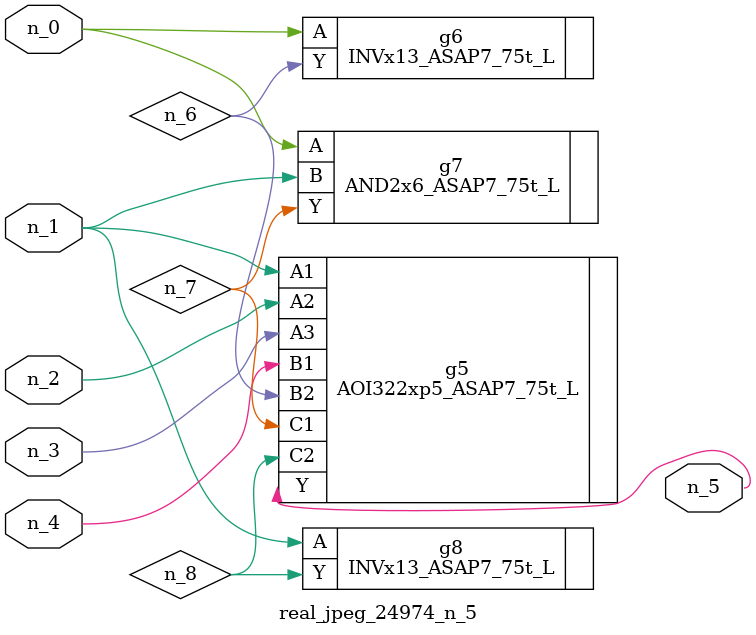
<source format=v>
module real_jpeg_24974_n_5 (n_4, n_0, n_1, n_2, n_3, n_5);

input n_4;
input n_0;
input n_1;
input n_2;
input n_3;

output n_5;

wire n_8;
wire n_6;
wire n_7;

INVx13_ASAP7_75t_L g6 ( 
.A(n_0),
.Y(n_6)
);

AND2x6_ASAP7_75t_L g7 ( 
.A(n_0),
.B(n_1),
.Y(n_7)
);

AOI322xp5_ASAP7_75t_L g5 ( 
.A1(n_1),
.A2(n_2),
.A3(n_3),
.B1(n_4),
.B2(n_6),
.C1(n_7),
.C2(n_8),
.Y(n_5)
);

INVx13_ASAP7_75t_L g8 ( 
.A(n_1),
.Y(n_8)
);


endmodule
</source>
